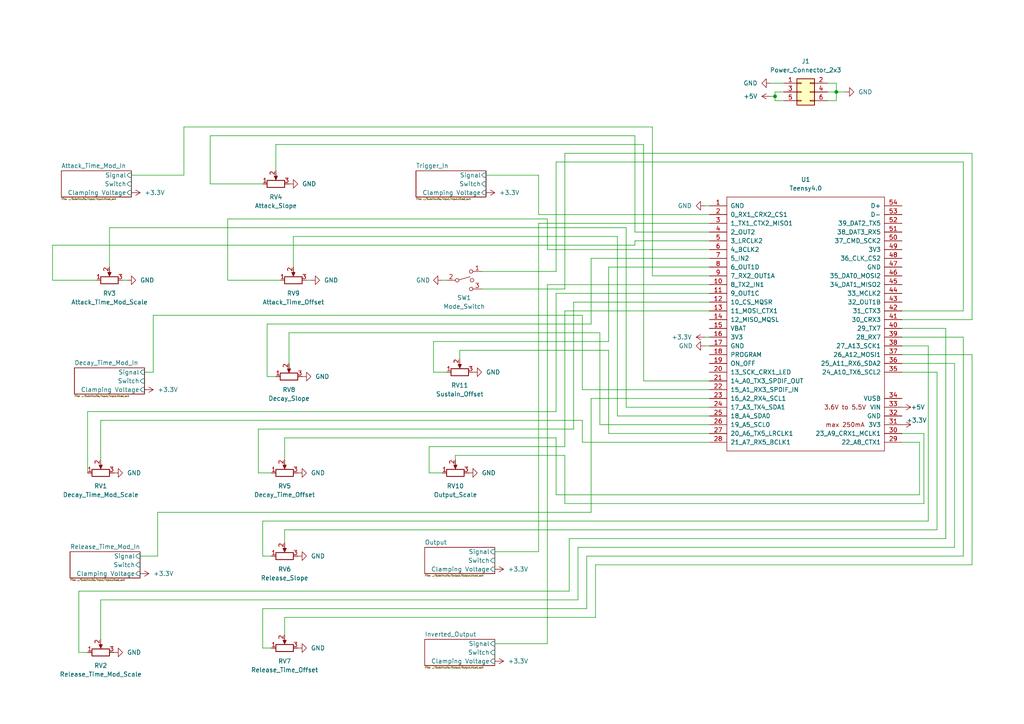
<source format=kicad_sch>
(kicad_sch (version 20211123) (generator eeschema)
  (paper "A4")
  (lib_symbols
    (symbol "Connector_Generic:Conn_02x03_Odd_Even" (pin_names (offset 1.016) hide)
      (property "Reference" "J" (at 1.27 5.08 0))
      (property "Value" "Conn_02x03_Odd_Even" (at 1.27 -5.08 0))
      (symbol "Conn_02x03_Odd_Even_1_1"
        (rectangle (start -1.27 -2.413) (end 0 -2.667) (stroke (width 0.1524)))
        (rectangle (start -1.27 0.127) (end 0 -0.127) (stroke (width 0.1524)))
        (rectangle (start -1.27 2.667) (end 0 2.413) (stroke (width 0.1524)))
        (rectangle (start -1.27 3.81) (end 3.81 -3.81) (stroke (width 0.254)) (fill (type background)))
        (rectangle (start 3.81 -2.413) (end 2.54 -2.667) (stroke (width 0.1524)))
        (rectangle (start 3.81 0.127) (end 2.54 -0.127) (stroke (width 0.1524)))
        (rectangle (start 3.81 2.667) (end 2.54 2.413) (stroke (width 0.1524)))
        (pin passive line (at -5.08 2.54 0) (length 3.81) (name "Pin_1") (number "1"))
        (pin passive line (at 7.62 2.54 180) (length 3.81) (name "Pin_2") (number "2"))
        (pin passive line (at -5.08 0 0) (length 3.81) (name "Pin_3") (number "3"))
        (pin passive line (at 7.62 0 180) (length 3.81) (name "Pin_4") (number "4"))
        (pin passive line (at -5.08 -2.54 0) (length 3.81) (name "Pin_5") (number "5"))
        (pin passive line (at 7.62 -2.54 180) (length 3.81) (name "Pin_6") (number "6"))
      )
    )
    (symbol "Device:R_Potentiometer" (pin_names (offset 1.016) hide)
      (property "Reference" "RV" (at -4.445 0 90))
      (property "Value" "R_Potentiometer" (at -2.54 0 90))
      (symbol "R_Potentiometer_0_1"
        (polyline (pts (xy 2.54 0) (xy 1.524 0)))
        (polyline (pts (xy 1.143 0) (xy 2.286 0.508) (xy 2.286 -0.508) (xy 1.143 0)) (fill (type outline)))
        (rectangle (start 1.016 2.54) (end -1.016 -2.54) (stroke (width 0.254)))
      )
      (symbol "R_Potentiometer_1_1"
        (pin passive line (at 0 3.81 270) (length 1.27) (name "1") (number "1"))
        (pin passive line (at 3.81 0 180) (length 1.27) (name "2") (number "2"))
        (pin passive line (at 0 -3.81 90) (length 1.27) (name "3") (number "3"))
      )
    )
    (symbol "Switch:SW_SPDT_MSM" (pin_names (offset 0) hide)
      (property "Reference" "SW" (at 0 5.08 0))
      (property "Value" "SW_SPDT_MSM" (at 0 -5.08 0))
      (symbol "SW_SPDT_MSM_0_0"
        (circle (center -2.032 0) (radius 0.508))
        (polyline (pts (xy -1.524 0.127) (xy 1.778 1.016)))
        (circle (center 2.032 -2.54) (radius 0.508))
      )
      (symbol "SW_SPDT_MSM_0_1"
        (circle (center 2.032 2.54) (radius 0.508))
        (circle (center 2.286 0) (radius 0.508))
      )
      (symbol "SW_SPDT_MSM_1_1"
        (pin passive line (at 5.08 2.54 180) (length 2.54) (name "1") (number "1"))
        (pin passive line (at -5.08 0 0) (length 2.54) (name "2") (number "2"))
        (pin passive line (at 5.08 -2.54 180) (length 2.54) (name "3") (number "3"))
      )
    )
    (symbol "Teensy:Teensy4.0" (pin_names (offset 1.016))
      (property "Reference" "U" (at 0 39.37 0))
      (property "Value" "Teensy4.0" (at 0 -39.37 0))
      (symbol "Teensy4.0_0_0"
        (text "3.6V to 5.5V" (at 11.43 -24.13 0) (effects (font (size 1.27 1.27))))
        (text "max 250mA" (at 11.43 -29.21 0) (effects (font (size 1.27 1.27))))
        (pin bidirectional line (at -27.94 11.43 0) (length 5.08) (name "8_TX2_IN1") (number "10"))
        (pin bidirectional line (at -27.94 8.89 0) (length 5.08) (name "9_OUT1C") (number "11"))
        (pin bidirectional line (at -27.94 6.35 0) (length 5.08) (name "10_CS_MQSR") (number "12"))
        (pin bidirectional line (at -27.94 3.81 0) (length 5.08) (name "11_MOSI_CTX1") (number "13"))
        (pin bidirectional line (at -27.94 1.27 0) (length 5.08) (name "12_MISO_MQSL") (number "14"))
        (pin power_in line (at -27.94 -1.27 0) (length 5.08) (name "VBAT") (number "15"))
        (pin power_in line (at -27.94 -3.81 0) (length 5.08) (name "3V3") (number "16"))
        (pin power_in line (at -27.94 -6.35 0) (length 5.08) (name "GND") (number "17"))
        (pin input line (at -27.94 -8.89 0) (length 5.08) (name "PROGRAM") (number "18"))
        (pin input line (at -27.94 -11.43 0) (length 5.08) (name "ON_OFF") (number "19"))
        (pin bidirectional line (at -27.94 -13.97 0) (length 5.08) (name "13_SCK_CRX1_LED") (number "20"))
        (pin bidirectional line (at -27.94 -16.51 0) (length 5.08) (name "14_A0_TX3_SPDIF_OUT") (number "21"))
        (pin bidirectional line (at -27.94 -19.05 0) (length 5.08) (name "15_A1_RX3_SPDIF_IN") (number "22"))
        (pin bidirectional line (at -27.94 -21.59 0) (length 5.08) (name "16_A2_RX4_SCL1") (number "23"))
        (pin bidirectional line (at -27.94 -24.13 0) (length 5.08) (name "17_A3_TX4_SDA1") (number "24"))
        (pin bidirectional line (at -27.94 -26.67 0) (length 5.08) (name "18_A4_SDA0") (number "25"))
        (pin bidirectional line (at -27.94 -29.21 0) (length 5.08) (name "19_A5_SCL0") (number "26"))
        (pin bidirectional line (at -27.94 -31.75 0) (length 5.08) (name "20_A6_TX5_LRCLK1") (number "27"))
        (pin bidirectional line (at -27.94 -34.29 0) (length 5.08) (name "21_A7_RX5_BCLK1") (number "28"))
        (pin bidirectional line (at 27.94 -34.29 180) (length 5.08) (name "22_A8_CTX1") (number "29"))
        (pin bidirectional line (at 27.94 -31.75 180) (length 5.08) (name "23_A9_CRX1_MCLK1") (number "30"))
        (pin power_out line (at 27.94 -29.21 180) (length 5.08) (name "3V3") (number "31"))
        (pin power_in line (at 27.94 -26.67 180) (length 5.08) (name "GND") (number "32"))
        (pin power_in line (at 27.94 -24.13 180) (length 5.08) (name "VIN") (number "33"))
        (pin power_out line (at 27.94 -21.59 180) (length 5.08) (name "VUSB") (number "34"))
        (pin bidirectional line (at 27.94 -13.97 180) (length 5.08) (name "24_A10_TX6_SCL2") (number "35"))
        (pin bidirectional line (at 27.94 -11.43 180) (length 5.08) (name "25_A11_RX6_SDA2") (number "36"))
        (pin bidirectional line (at 27.94 -8.89 180) (length 5.08) (name "26_A12_MOSI1") (number "37"))
        (pin bidirectional line (at 27.94 -6.35 180) (length 5.08) (name "27_A13_SCK1") (number "38"))
        (pin bidirectional line (at 27.94 -3.81 180) (length 5.08) (name "28_RX7") (number "39"))
        (pin bidirectional line (at 27.94 -1.27 180) (length 5.08) (name "29_TX7") (number "40"))
        (pin bidirectional line (at 27.94 1.27 180) (length 5.08) (name "30_CRX3") (number "41"))
        (pin bidirectional line (at 27.94 3.81 180) (length 5.08) (name "31_CTX3") (number "42"))
        (pin bidirectional line (at 27.94 6.35 180) (length 5.08) (name "32_OUT1B") (number "43"))
        (pin bidirectional line (at 27.94 8.89 180) (length 5.08) (name "33_MCLK2") (number "44"))
        (pin bidirectional line (at 27.94 11.43 180) (length 5.08) (name "34_DAT1_MISO2") (number "45"))
        (pin bidirectional line (at 27.94 13.97 180) (length 5.08) (name "35_DAT0_MOSI2") (number "46"))
        (pin power_out line (at 27.94 16.51 180) (length 5.08) (name "GND") (number "47"))
        (pin bidirectional line (at 27.94 19.05 180) (length 5.08) (name "36_CLK_CS2") (number "48"))
        (pin power_out line (at 27.94 21.59 180) (length 5.08) (name "3V3") (number "49"))
        (pin bidirectional line (at -27.94 24.13 0) (length 5.08) (name "3_LRCLK2") (number "5"))
        (pin bidirectional line (at 27.94 24.13 180) (length 5.08) (name "37_CMD_SCK2") (number "50"))
        (pin bidirectional line (at 27.94 26.67 180) (length 5.08) (name "38_DAT3_RX5") (number "51"))
        (pin bidirectional line (at 27.94 29.21 180) (length 5.08) (name "39_DAT2_TX5") (number "52"))
        (pin bidirectional line (at 27.94 31.75 180) (length 5.08) (name "D-") (number "53"))
        (pin bidirectional line (at 27.94 34.29 180) (length 5.08) (name "D+") (number "54"))
        (pin bidirectional line (at -27.94 21.59 0) (length 5.08) (name "4_BCLK2") (number "6"))
        (pin bidirectional line (at -27.94 19.05 0) (length 5.08) (name "5_IN2") (number "7"))
        (pin bidirectional line (at -27.94 16.51 0) (length 5.08) (name "6_OUT1D") (number "8"))
        (pin bidirectional line (at -27.94 13.97 0) (length 5.08) (name "7_RX2_OUT1A") (number "9"))
      )
      (symbol "Teensy4.0_0_1"
        (rectangle (start -22.86 36.83) (end 22.86 -36.83))
        (rectangle (start -20.32 -31.75) (end -20.32 -31.75))
      )
      (symbol "Teensy4.0_1_1"
        (pin power_in line (at -27.94 34.29 0) (length 5.08) (name "GND") (number "1"))
        (pin bidirectional line (at -27.94 31.75 0) (length 5.08) (name "0_RX1_CRX2_CS1") (number "2"))
        (pin bidirectional line (at -27.94 29.21 0) (length 5.08) (name "1_TX1_CTX2_MISO1") (number "3"))
        (pin bidirectional line (at -27.94 26.67 0) (length 5.08) (name "2_OUT2") (number "4"))
      )
    )
    (symbol "power:+3.3V" (power) (pin_names (offset 0))
      (property "Value" "+3.3V" (at 0 3.556 0))
      (symbol "+3.3V_0_1"
        (polyline (pts (xy -0.762 1.27) (xy 0 2.54)))
        (polyline (pts (xy 0 0) (xy 0 2.54)))
        (polyline (pts (xy 0 2.54) (xy 0.762 1.27)))
      )
      (symbol "+3.3V_1_1"
        (pin power_in line (at 0 0 90) (length 0) hide (name "+3.3V") (number "1"))
      )
    )
    (symbol "power:+5V" (power) (pin_names (offset 0))
      (property "Value" "+5V" (at 0 3.556 0))
      (symbol "+5V_0_1"
        (polyline (pts (xy -0.762 1.27) (xy 0 2.54)))
        (polyline (pts (xy 0 0) (xy 0 2.54)))
        (polyline (pts (xy 0 2.54) (xy 0.762 1.27)))
      )
      (symbol "+5V_1_1"
        (pin power_in line (at 0 0 90) (length 0) hide (name "+5V") (number "1"))
      )
    )
    (symbol "power:GND" (power) (pin_names (offset 0))
      (property "Value" "GND" (at 0 -3.81 0))
      (symbol "GND_0_1"
        (polyline (pts (xy 0 0) (xy 0 -1.27) (xy 1.27 -1.27) (xy 0 -2.54) (xy -1.27 -1.27) (xy 0 -1.27)))
      )
      (symbol "GND_1_1"
        (pin power_in line (at 0 0 270) (length 0) hide (name "GND") (number "1"))
      )
    )
  )
  (junction (at 242.57 26.67))
  (junction (at 224.79 27.94))
  (wire (pts (xy 163.83 132.08) (xy 163.83 146.05)))
  (wire (pts (xy 279.4 161.29) (xy 279.4 97.79)))
  (wire (pts (xy 274.32 156.21) (xy 274.32 95.25)))
  (wire (pts (xy 227.33 29.21) (xy 224.79 29.21)))
  (wire (pts (xy 240.03 26.67) (xy 242.57 26.67)))
  (wire (pts (xy 173.99 96.52) (xy 173.99 123.19)))
  (wire (pts (xy 25.4 189.23) (xy 22.86 189.23)))
  (wire (pts (xy 133.35 101.6) (xy 176.53 101.6)))
  (wire (pts (xy 140.97 50.8) (xy 156.21 50.8)))
  (wire (pts (xy 129.54 107.95) (xy 125.73 107.95)))
  (wire (pts (xy 171.45 115.57) (xy 205.74 115.57)))
  (wire (pts (xy 156.21 64.77) (xy 156.21 160.02)))
  (wire (pts (xy 76.2 161.29) (xy 76.2 151.13)))
  (wire (pts (xy 128.27 137.16) (xy 124.46 137.16)))
  (wire (pts (xy 156.21 62.23) (xy 205.74 62.23)))
  (wire (pts (xy 80.01 41.91) (xy 80.01 49.53)))
  (wire (pts (xy 158.75 82.55) (xy 158.75 186.69)))
  (wire (pts (xy 25.4 137.16) (xy 25.4 119.38)))
  (wire (pts (xy 167.64 173.99) (xy 167.64 158.75)))
  (wire (pts (xy 124.46 137.16) (xy 124.46 129.54)))
  (wire (pts (xy 35.56 81.28) (xy 36.83 81.28)))
  (wire (pts (xy 267.97 125.73) (xy 261.62 125.73)))
  (wire (pts (xy 279.4 90.17) (xy 261.62 90.17)))
  (wire (pts (xy 82.55 157.48) (xy 82.55 153.67)))
  (wire (pts (xy 276.86 105.41) (xy 261.62 105.41)))
  (wire (pts (xy 184.15 71.12) (xy 184.15 69.85)))
  (wire (pts (xy 163.83 90.17) (xy 205.74 90.17)))
  (wire (pts (xy 281.94 44.45) (xy 281.94 92.71)))
  (wire (pts (xy 143.51 160.02) (xy 156.21 160.02)))
  (wire (pts (xy 172.72 179.07) (xy 172.72 163.83)))
  (wire (pts (xy 78.74 137.16) (xy 74.93 137.16)))
  (wire (pts (xy 53.34 36.83) (xy 189.23 36.83)))
  (wire (pts (xy 163.83 146.05) (xy 267.97 146.05)))
  (wire (pts (xy 29.21 185.42) (xy 29.21 173.99)))
  (wire (pts (xy 168.91 91.44) (xy 168.91 113.03)))
  (wire (pts (xy 261.62 97.79) (xy 279.4 97.79)))
  (wire (pts (xy 274.32 95.25) (xy 261.62 95.25)))
  (wire (pts (xy 66.04 63.5) (xy 66.04 81.28)))
  (wire (pts (xy 171.45 93.98) (xy 171.45 74.93)))
  (wire (pts (xy 161.29 85.09) (xy 205.74 85.09)))
  (wire (pts (xy 76.2 53.34) (xy 60.96 53.34)))
  (wire (pts (xy 74.93 137.16) (xy 74.93 124.46)))
  (wire (pts (xy 82.55 133.35) (xy 82.55 127)))
  (wire (pts (xy 139.7 83.82) (xy 163.83 83.82)))
  (wire (pts (xy 181.61 66.04) (xy 181.61 118.11)))
  (wire (pts (xy 83.82 96.52) (xy 83.82 105.41)))
  (wire (pts (xy 204.47 97.79) (xy 205.74 97.79)))
  (wire (pts (xy 161.29 119.38) (xy 161.29 85.09)))
  (wire (pts (xy 227.33 26.67) (xy 224.79 26.67)))
  (wire (pts (xy 77.47 93.98) (xy 171.45 93.98)))
  (wire (pts (xy 22.86 171.45) (xy 165.1 171.45)))
  (wire (pts (xy 269.24 151.13) (xy 269.24 100.33)))
  (wire (pts (xy 163.83 129.54) (xy 163.83 90.17)))
  (wire (pts (xy 176.53 101.6) (xy 176.53 125.73)))
  (wire (pts (xy 181.61 118.11) (xy 205.74 118.11)))
  (wire (pts (xy 76.2 187.96) (xy 76.2 176.53)))
  (wire (pts (xy 77.47 109.22) (xy 77.47 93.98)))
  (wire (pts (xy 267.97 146.05) (xy 267.97 125.73)))
  (wire (pts (xy 88.9 81.28) (xy 90.17 81.28)))
  (wire (pts (xy 158.75 82.55) (xy 205.74 82.55)))
  (wire (pts (xy 15.24 71.12) (xy 184.15 71.12)))
  (wire (pts (xy 161.29 143.51) (xy 266.7 143.51)))
  (wire (pts (xy 173.99 123.19) (xy 205.74 123.19)))
  (wire (pts (xy 139.7 78.74) (xy 161.29 78.74)))
  (wire (pts (xy 45.72 148.59) (xy 171.45 148.59)))
  (wire (pts (xy 189.23 36.83) (xy 189.23 80.01)))
  (wire (pts (xy 156.21 50.8) (xy 156.21 62.23)))
  (wire (pts (xy 269.24 100.33) (xy 261.62 100.33)))
  (wire (pts (xy 76.2 187.96) (xy 78.74 187.96)))
  (wire (pts (xy 60.96 39.37) (xy 184.15 39.37)))
  (wire (pts (xy 161.29 46.99) (xy 279.4 46.99)))
  (wire (pts (xy 184.15 69.85) (xy 205.74 69.85)))
  (wire (pts (xy 242.57 24.13) (xy 242.57 26.67)))
  (wire (pts (xy 168.91 128.27) (xy 205.74 128.27)))
  (wire (pts (xy 76.2 151.13) (xy 269.24 151.13)))
  (wire (pts (xy 281.94 163.83) (xy 281.94 102.87)))
  (wire (pts (xy 189.23 80.01) (xy 205.74 80.01)))
  (wire (pts (xy 66.04 81.28) (xy 81.28 81.28)))
  (wire (pts (xy 271.78 153.67) (xy 271.78 107.95)))
  (wire (pts (xy 186.69 41.91) (xy 186.69 110.49)))
  (wire (pts (xy 85.09 68.58) (xy 179.07 68.58)))
  (wire (pts (xy 132.08 132.08) (xy 163.83 132.08)))
  (wire (pts (xy 60.96 53.34) (xy 60.96 39.37)))
  (wire (pts (xy 40.64 161.29) (xy 45.72 161.29)))
  (wire (pts (xy 165.1 156.21) (xy 274.32 156.21)))
  (wire (pts (xy 271.78 107.95) (xy 261.62 107.95)))
  (wire (pts (xy 132.08 132.08) (xy 132.08 133.35)))
  (wire (pts (xy 82.55 179.07) (xy 172.72 179.07)))
  (wire (pts (xy 45.72 161.29) (xy 45.72 148.59)))
  (wire (pts (xy 53.34 50.8) (xy 53.34 36.83)))
  (wire (pts (xy 15.24 71.12) (xy 15.24 81.28)))
  (wire (pts (xy 168.91 113.03) (xy 205.74 113.03)))
  (wire (pts (xy 161.29 78.74) (xy 161.29 46.99)))
  (wire (pts (xy 161.29 127) (xy 161.29 143.51)))
  (wire (pts (xy 66.04 63.5) (xy 158.75 63.5)))
  (wire (pts (xy 25.4 119.38) (xy 161.29 119.38)))
  (wire (pts (xy 172.72 163.83) (xy 281.94 163.83)))
  (wire (pts (xy 224.79 26.67) (xy 224.79 27.94)))
  (wire (pts (xy 168.91 121.92) (xy 168.91 128.27)))
  (wire (pts (xy 82.55 184.15) (xy 82.55 179.07)))
  (wire (pts (xy 31.75 66.04) (xy 31.75 77.47)))
  (wire (pts (xy 76.2 161.29) (xy 78.74 161.29)))
  (wire (pts (xy 29.21 173.99) (xy 167.64 173.99)))
  (wire (pts (xy 281.94 102.87) (xy 261.62 102.87)))
  (wire (pts (xy 186.69 110.49) (xy 205.74 110.49)))
  (wire (pts (xy 224.79 29.21) (xy 224.79 27.94)))
  (wire (pts (xy 266.7 143.51) (xy 266.7 128.27)))
  (wire (pts (xy 143.51 186.69) (xy 158.75 186.69)))
  (wire (pts (xy 167.64 158.75) (xy 276.86 158.75)))
  (wire (pts (xy 170.18 161.29) (xy 279.4 161.29)))
  (wire (pts (xy 83.82 96.52) (xy 173.99 96.52)))
  (wire (pts (xy 74.93 124.46) (xy 166.37 124.46)))
  (wire (pts (xy 41.91 107.95) (xy 44.45 107.95)))
  (wire (pts (xy 276.86 158.75) (xy 276.86 105.41)))
  (wire (pts (xy 171.45 148.59) (xy 171.45 115.57)))
  (wire (pts (xy 76.2 176.53) (xy 170.18 176.53)))
  (wire (pts (xy 163.83 44.45) (xy 281.94 44.45)))
  (wire (pts (xy 44.45 107.95) (xy 44.45 91.44)))
  (wire (pts (xy 266.7 128.27) (xy 261.62 128.27)))
  (wire (pts (xy 204.47 59.69) (xy 205.74 59.69)))
  (wire (pts (xy 179.07 120.65) (xy 205.74 120.65)))
  (wire (pts (xy 158.75 63.5) (xy 158.75 72.39)))
  (wire (pts (xy 176.53 125.73) (xy 205.74 125.73)))
  (wire (pts (xy 124.46 129.54) (xy 163.83 129.54)))
  (wire (pts (xy 171.45 74.93) (xy 205.74 74.93)))
  (wire (pts (xy 281.94 92.71) (xy 261.62 92.71)))
  (wire (pts (xy 29.21 121.92) (xy 168.91 121.92)))
  (wire (pts (xy 129.54 81.28) (xy 128.27 81.28)))
  (wire (pts (xy 223.52 24.13) (xy 227.33 24.13)))
  (wire (pts (xy 38.1 50.8) (xy 53.34 50.8)))
  (wire (pts (xy 242.57 29.21) (xy 242.57 26.67)))
  (wire (pts (xy 85.09 68.58) (xy 85.09 77.47)))
  (wire (pts (xy 242.57 26.67) (xy 245.11 26.67)))
  (wire (pts (xy 184.15 67.31) (xy 205.74 67.31)))
  (wire (pts (xy 224.79 27.94) (xy 223.52 27.94)))
  (wire (pts (xy 158.75 72.39) (xy 205.74 72.39)))
  (wire (pts (xy 179.07 68.58) (xy 179.07 120.65)))
  (wire (pts (xy 163.83 83.82) (xy 163.83 44.45)))
  (wire (pts (xy 29.21 133.35) (xy 29.21 121.92)))
  (wire (pts (xy 204.47 100.33) (xy 205.74 100.33)))
  (wire (pts (xy 133.35 104.14) (xy 133.35 101.6)))
  (wire (pts (xy 82.55 153.67) (xy 271.78 153.67)))
  (wire (pts (xy 125.73 99.06) (xy 176.53 99.06)))
  (wire (pts (xy 240.03 24.13) (xy 242.57 24.13)))
  (wire (pts (xy 27.94 81.28) (xy 15.24 81.28)))
  (wire (pts (xy 184.15 39.37) (xy 184.15 67.31)))
  (wire (pts (xy 240.03 29.21) (xy 242.57 29.21)))
  (wire (pts (xy 82.55 127) (xy 161.29 127)))
  (wire (pts (xy 31.75 66.04) (xy 181.61 66.04)))
  (wire (pts (xy 80.01 109.22) (xy 77.47 109.22)))
  (wire (pts (xy 44.45 91.44) (xy 168.91 91.44)))
  (wire (pts (xy 80.01 41.91) (xy 186.69 41.91)))
  (wire (pts (xy 170.18 176.53) (xy 170.18 161.29)))
  (wire (pts (xy 166.37 87.63) (xy 205.74 87.63)))
  (wire (pts (xy 156.21 64.77) (xy 205.74 64.77)))
  (wire (pts (xy 176.53 77.47) (xy 205.74 77.47)))
  (wire (pts (xy 176.53 99.06) (xy 176.53 77.47)))
  (wire (pts (xy 22.86 189.23) (xy 22.86 171.45)))
  (wire (pts (xy 125.73 107.95) (xy 125.73 99.06)))
  (wire (pts (xy 279.4 46.99) (xy 279.4 90.17)))
  (wire (pts (xy 166.37 124.46) (xy 166.37 87.63)))
  (wire (pts (xy 165.1 171.45) (xy 165.1 156.21)))
  (symbol (lib_id "power:+3.3V") (at 143.51 191.77 270) (unit 1)
    (property "Reference" "#PWR018" (effects hide))
    (property "Value" "+3.3V" (at 147.32 191.7699 90) (effects (justify left)))
  )
  (symbol (lib_id "Device:R_Potentiometer") (at 82.55 137.16 90) (unit 1)
    (property "Reference" "RV5" (at 82.55 140.97 90))
    (property "Value" "Decay_Time_Offset" (at 82.55 143.51 90))
    (property "Footprint" "Potentiometer:Bourns_PTV09A-4025FB103" (effects hide))
  )
  (symbol (lib_id "Switch:SW_SPDT_MSM") (at 134.62 81.28 0) (unit 1)
    (property "Reference" "SW1" (at 134.62 86.36 0))
    (property "Value" "Mode_Switch" (at 134.62 88.9 0))
    (property "Footprint" "Toggle:Miniature SPDT Toggle" (effects hide))
  )
  (symbol (lib_id "power:GND") (at 204.47 59.69 270) (unit 1)
    (property "Reference" "#PWR019" (effects hide))
    (property "Value" "GND" (at 200.66 59.6899 90) (effects (justify right)))
  )
  (symbol (lib_id "Device:R_Potentiometer") (at 82.55 161.29 90) (unit 1)
    (property "Reference" "RV6" (at 82.55 165.1 90))
    (property "Value" "Release_Slope" (at 82.55 167.64 90))
    (property "Footprint" "Potentiometer:Bourns_PTV09A-4020UB103" (effects hide))
  )
  (symbol (lib_id "Connector_Generic:Conn_02x03_Odd_Even") (at 232.41 26.67 0) (unit 1)
    (property "Reference" "J1" (at 233.68 17.78 0))
    (property "Value" "Power_Connector_2x3" (at 233.68 20.32 0))
    (property "Footprint" "Connector_PinHeader_2.54mm:PinHeader_2x03_P2.54mm_Vertical_SMD" (effects hide))
  )
  (symbol (lib_id "power:GND") (at 223.52 24.13 270) (unit 1)
    (property "Reference" "#PWR0104" (effects hide))
    (property "Value" "GND" (at 219.71 24.1299 90) (effects (justify right)))
  )
  (symbol (lib_id "Device:R_Potentiometer") (at 85.09 81.28 90) (unit 1)
    (property "Reference" "RV9" (at 85.09 85.09 90))
    (property "Value" "Attack_Time_Offset" (at 85.09 87.63 90))
    (property "Footprint" "Potentiometer:Bourns_PTV09A-4025FB103" (effects hide))
  )
  (symbol (lib_id "power:GND") (at 135.89 137.16 90) (unit 1)
    (property "Reference" "#PWR014" (effects hide))
    (property "Value" "GND" (at 139.7 137.1599 90) (effects (justify right)))
  )
  (symbol (lib_id "power:GND") (at 36.83 81.28 90) (unit 1)
    (property "Reference" "#PWR03" (effects hide))
    (property "Value" "GND" (at 40.64 81.2799 90) (effects (justify right)))
  )
  (symbol (lib_id "power:GND") (at 83.82 53.34 90) (unit 1)
    (property "Reference" "#PWR07" (effects hide))
    (property "Value" "GND" (at 87.63 53.3399 90) (effects (justify right)))
  )
  (symbol (lib_id "power:GND") (at 128.27 81.28 270) (unit 1)
    (property "Reference" "#PWR013" (effects hide))
    (property "Value" "GND" (at 120.65 81.28 90) (effects (justify left)))
  )
  (symbol (lib_id "Device:R_Potentiometer") (at 29.21 137.16 90) (unit 1)
    (property "Reference" "RV1" (at 29.21 140.97 90))
    (property "Value" "Decay_Time_Mod_Scale" (at 29.21 143.51 90))
    (property "Footprint" "Potentiometer:Bourns_PTV09A-4020UB103" (effects hide))
  )
  (symbol (lib_id "power:+5V") (at 223.52 27.94 90) (unit 1)
    (property "Reference" "#PWR0103" (effects hide))
    (property "Value" "+5V" (at 219.71 27.9399 90) (effects (justify left)))
  )
  (symbol (lib_id "power:+3.3V") (at 140.97 55.88 270) (unit 1)
    (property "Reference" "#PWR016" (effects hide))
    (property "Value" "+3.3V" (at 144.78 55.8799 90) (effects (justify left)))
  )
  (symbol (lib_id "power:GND") (at 204.47 100.33 270) (unit 1)
    (property "Reference" "#PWR021" (effects hide))
    (property "Value" "GND" (at 196.85 100.33 90) (effects (justify left)))
  )
  (symbol (lib_id "power:+3.3V") (at 204.47 97.79 90) (unit 1)
    (property "Reference" "#PWR020" (effects hide))
    (property "Value" "+3.3V" (at 200.66 97.7899 90) (effects (justify left)))
  )
  (symbol (lib_id "Teensy:Teensy4.0") (at 233.68 93.98 0) (unit 1)
    (property "Reference" "U1" (at 233.68 52.07 0))
    (property "Value" "Teensy4.0" (at 233.68 54.61 0))
    (property "Footprint" "Teensy:Teensy 4.0 horizontal" (effects hide))
  )
  (symbol (lib_id "power:+3.3V") (at 38.1 55.88 270) (unit 1)
    (property "Reference" "#PWR04" (effects hide))
    (property "Value" "+3.3V" (at 41.91 55.8799 90) (effects (justify left)))
  )
  (symbol (lib_id "Device:R_Potentiometer") (at 82.55 187.96 90) (unit 1)
    (property "Reference" "RV7" (at 82.55 191.77 90))
    (property "Value" "Release_Time_Offset" (at 82.55 194.31 90))
    (property "Footprint" "Potentiometer:Bourns_PTV09A-4025FB103" (effects hide))
  )
  (symbol (lib_id "power:GND") (at 90.17 81.28 90) (unit 1)
    (property "Reference" "#PWR012" (effects hide))
    (property "Value" "GND" (at 93.98 81.2799 90) (effects (justify right)))
  )
  (symbol (lib_id "Device:R_Potentiometer") (at 80.01 53.34 90) (unit 1)
    (property "Reference" "RV4" (at 80.01 57.15 90))
    (property "Value" "Attack_Slope" (at 80.01 59.69 90))
    (property "Footprint" "Potentiometer:Bourns_PTV09A-4020UB103" (effects hide))
  )
  (symbol (lib_id "power:GND") (at 245.11 26.67 90) (unit 1)
    (property "Reference" "#PWR0105" (effects hide))
    (property "Value" "GND" (at 248.92 26.6699 90) (effects (justify right)))
  )
  (symbol (lib_id "power:GND") (at 86.36 187.96 90) (unit 1)
    (property "Reference" "#PWR010" (effects hide))
    (property "Value" "GND" (at 90.17 187.9599 90) (effects (justify right)))
  )
  (symbol (lib_id "power:GND") (at 137.16 107.95 90) (unit 1)
    (property "Reference" "#PWR015" (effects hide))
    (property "Value" "GND" (at 140.97 107.9499 90) (effects (justify right)))
  )
  (symbol (lib_id "power:+3.3V") (at 261.62 123.19 270) (unit 1)
    (property "Reference" "#PWR0101" (effects hide))
    (property "Value" "+3.3V" (at 262.89 121.92 90) (effects (justify left)))
  )
  (symbol (lib_id "power:+3.3V") (at 40.64 166.37 270) (unit 1)
    (property "Reference" "#PWR05" (effects hide))
    (property "Value" "+3.3V" (at 44.45 166.3699 90) (effects (justify left)))
  )
  (symbol (lib_id "power:GND") (at 87.63 109.22 90) (unit 1)
    (property "Reference" "#PWR011" (effects hide))
    (property "Value" "GND" (at 91.44 109.2199 90) (effects (justify right)))
  )
  (symbol (lib_id "power:+5V") (at 261.62 118.11 270) (unit 1)
    (property "Reference" "#PWR0102" (effects hide))
    (property "Value" "+5V" (at 264.16 118.11 90) (effects (justify left)))
  )
  (symbol (lib_id "Device:R_Potentiometer") (at 31.75 81.28 90) (unit 1)
    (property "Reference" "RV3" (at 31.75 85.09 90))
    (property "Value" "Attack_Time_Mod_Scale" (at 31.75 87.63 90))
    (property "Footprint" "Potentiometer:Bourns_PTV09A-4020UB103" (effects hide))
  )
  (symbol (lib_id "power:+3.3V") (at 143.51 165.1 270) (unit 1)
    (property "Reference" "#PWR017" (effects hide))
    (property "Value" "+3.3V" (at 147.32 165.0999 90) (effects (justify left)))
  )
  (symbol (lib_id "power:+3.3V") (at 41.91 113.03 270) (unit 1)
    (property "Reference" "#PWR06" (effects hide))
    (property "Value" "+3.3V" (at 45.72 113.0299 90) (effects (justify left)))
  )
  (symbol (lib_id "power:GND") (at 33.02 137.16 90) (unit 1)
    (property "Reference" "#PWR01" (effects hide))
    (property "Value" "GND" (at 36.83 137.1599 90) (effects (justify right)))
  )
  (symbol (lib_id "Device:R_Potentiometer") (at 132.08 137.16 90) (unit 1)
    (property "Reference" "RV10" (at 132.08 140.97 90))
    (property "Value" "Output_Scale" (at 132.08 143.51 90))
    (property "Footprint" "Potentiometer:Bourns_PTV09A-4020UB103" (effects hide))
  )
  (symbol (lib_id "Device:R_Potentiometer") (at 83.82 109.22 90) (unit 1)
    (property "Reference" "RV8" (at 83.82 113.03 90))
    (property "Value" "Decay_Slope" (at 83.82 115.57 90))
    (property "Footprint" "Potentiometer:Bourns_PTV09A-4020UB103" (effects hide))
  )
  (symbol (lib_id "power:GND") (at 86.36 137.16 90) (unit 1)
    (property "Reference" "#PWR08" (effects hide))
    (property "Value" "GND" (at 90.17 137.1599 90) (effects (justify right)))
  )
  (symbol (lib_id "power:GND") (at 33.02 189.23 90) (unit 1)
    (property "Reference" "#PWR02" (effects hide))
    (property "Value" "GND" (at 36.83 189.2299 90) (effects (justify right)))
  )
  (symbol (lib_id "Device:R_Potentiometer") (at 133.35 107.95 90) (unit 1)
    (property "Reference" "RV11" (at 133.35 111.76 90))
    (property "Value" "Sustain_Offset" (at 133.35 114.3 90))
    (property "Footprint" "Potentiometer:Bourns_PTV09A-4020UB103" (effects hide))
  )
  (symbol (lib_id "Device:R_Potentiometer") (at 29.21 189.23 90) (unit 1)
    (property "Reference" "RV2" (at 29.21 193.04 90))
    (property "Value" "Release_Time_Mod_Scale" (at 29.21 195.58 90))
    (property "Footprint" "Potentiometer:Bourns_PTV09A-4020UB103" (effects hide))
  )
  (symbol (lib_id "power:GND") (at 86.36 161.29 90) (unit 1)
    (property "Reference" "#PWR09" (effects hide))
    (property "Value" "GND" (at 90.17 161.2899 90) (effects (justify right)))
  )
  (sheet (at 123.19 185.42) (size 20.32 7.62) (stroke (width 0.1524))
    (property "Sheet name" "Inverted_Output" (at 123.19 184.7084 0) (effects (justify left bottom)))
    (property "Sheet file" "../Subcircuits/Output/Output.kicad_sch" (at 123.19 193.3166 0) (effects (font (size 0.5 0.5)) (justify left top)))
    (pin "Signal" input (at 143.51 186.69 0))
    (pin "Clamping Voltage" input (at 143.51 191.77 0))
    (pin "Switch" input (at 143.51 189.23 0))
  )
  (sheet (at 21.59 106.68) (size 20.32 7.62) (stroke (width 0.1524))
    (property "Sheet name" "Decay_Time_Mod_In" (at 21.59 105.9684 0) (effects (justify left bottom)))
    (property "Sheet file" "../Subcircuits/Input/Input.kicad_sch" (at 21.59 114.5766 0) (effects (font (size 0.5 0.5)) (justify left top)))
    (pin "Signal" input (at 41.91 107.95 0))
    (pin "Switch" input (at 41.91 110.49 0))
    (pin "Clamping Voltage" input (at 41.91 113.03 0))
  )
  (sheet (at 20.32 160.02) (size 20.32 7.62) (stroke (width 0.1524))
    (property "Sheet name" "Release_Time_Mod_In" (at 20.32 159.3084 0) (effects (justify left bottom)))
    (property "Sheet file" "../Subcircuits/Input/Input.kicad_sch" (at 20.32 167.9166 0) (effects (font (size 0.5 0.5)) (justify left top)))
    (pin "Signal" input (at 40.64 161.29 0))
    (pin "Switch" input (at 40.64 163.83 0))
    (pin "Clamping Voltage" input (at 40.64 166.37 0))
  )
  (sheet (at 17.78 49.53) (size 20.32 7.62) (stroke (width 0.1524))
    (property "Sheet name" "Attack_Time_Mod_In" (at 17.78 48.8184 0) (effects (justify left bottom)))
    (property "Sheet file" "../Subcircuits/Input/Input.kicad_sch" (at 17.78 57.4266 0) (effects (font (size 0.5 0.5)) (justify left top)))
    (pin "Signal" input (at 38.1 50.8 0))
    (pin "Switch" input (at 38.1 53.34 0))
    (pin "Clamping Voltage" input (at 38.1 55.88 0))
  )
  (sheet (at 123.19 158.75) (size 20.32 7.62) (stroke (width 0.1524))
    (property "Sheet name" "Output" (at 123.19 158.0384 0) (effects (justify left bottom)))
    (property "Sheet file" "../Subcircuits/Output/Output.kicad_sch" (at 123.19 166.6466 0) (effects (font (size 0.5 0.5)) (justify left top)))
    (pin "Signal" input (at 143.51 160.02 0))
    (pin "Clamping Voltage" input (at 143.51 165.1 0))
    (pin "Switch" input (at 143.51 162.56 0))
  )
  (sheet (at 120.65 49.53) (size 20.32 7.62) (stroke (width 0.1524))
    (property "Sheet name" "Trigger_In" (at 120.65 48.8184 0) (effects (justify left bottom)))
    (property "Sheet file" "../Subcircuits/Input/Input.kicad_sch" (at 120.65 57.4266 0) (effects (font (size 0.5 0.5)) (justify left top)))
    (pin "Signal" input (at 140.97 50.8 0))
    (pin "Switch" input (at 140.97 53.34 0))
    (pin "Clamping Voltage" input (at 140.97 55.88 0))
  )
)
</source>
